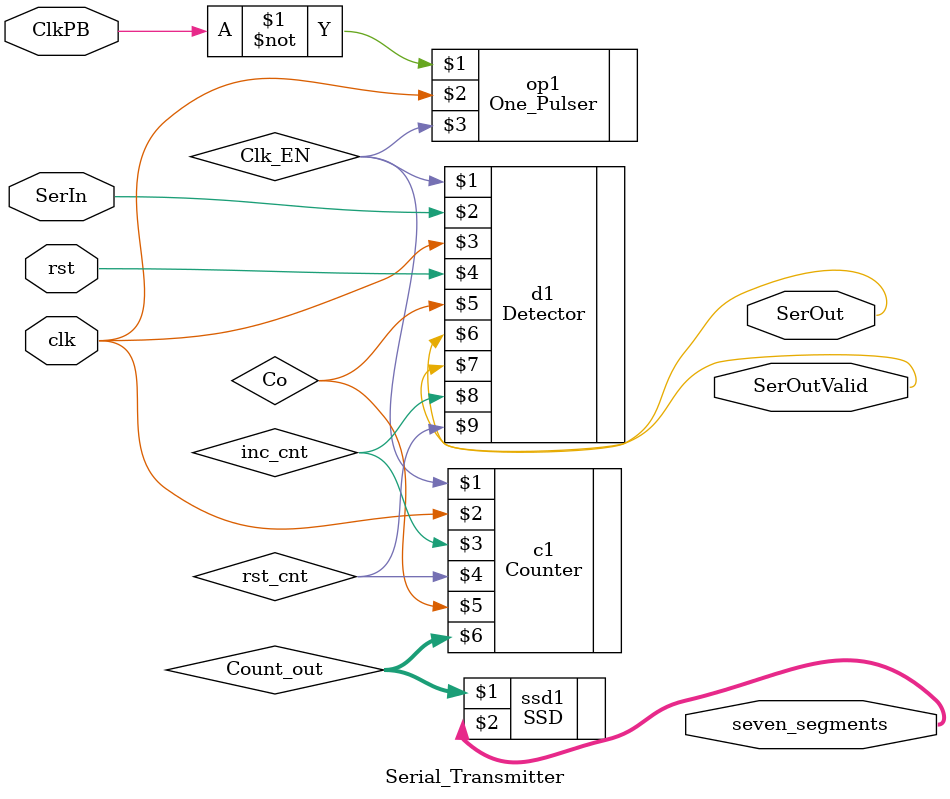
<source format=sv>
`timescale 1ns/1ns

module Serial_Transmitter(input SerIn, ClkPB, clk, rst,
                            output SerOut, SerOutValid, output[6:0] seven_segments);

  wire Co, inc_cnt, rst_cnt, Clk_EN;
  wire [3:0] Count_out;

  Counter c1 (Clk_EN, clk, inc_cnt, rst_cnt, Co, Count_out);
  Detector d1(Clk_EN, SerIn, clk, rst, Co, SerOut, SerOutValid, inc_cnt, rst_cnt);
  One_Pulser op1(~ClkPB, clk, Clk_EN);
  SSD ssd1(Count_out, seven_segments);
endmodule

</source>
